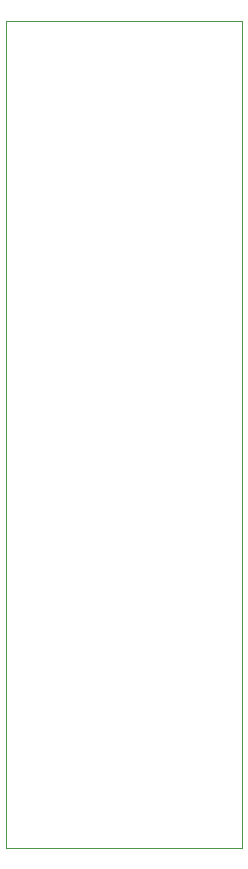
<source format=gm1>
G04 #@! TF.GenerationSoftware,KiCad,Pcbnew,(5.1.0)-1*
G04 #@! TF.CreationDate,2019-05-28T14:05:15-04:00*
G04 #@! TF.ProjectId,Power Supply,506f7765-7220-4537-9570-706c792e6b69,rev?*
G04 #@! TF.SameCoordinates,Original*
G04 #@! TF.FileFunction,Profile,NP*
%FSLAX46Y46*%
G04 Gerber Fmt 4.6, Leading zero omitted, Abs format (unit mm)*
G04 Created by KiCad (PCBNEW (5.1.0)-1) date 2019-05-28 14:05:15*
%MOMM*%
%LPD*%
G04 APERTURE LIST*
%ADD10C,0.050000*%
G04 APERTURE END LIST*
D10*
X90000000Y-50000000D02*
X70000000Y-50000000D01*
X90000000Y-120000000D02*
X90000000Y-50000000D01*
X70000000Y-120000000D02*
X90000000Y-120000000D01*
X70000000Y-50000000D02*
X70000000Y-120000000D01*
M02*

</source>
